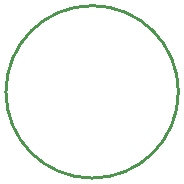
<source format=gbr>
%TF.GenerationSoftware,Altium Limited,Altium Designer,19.1.8 (144)*%
G04 Layer_Color=16711935*
%FSLAX26Y26*%
%MOIN*%
%TF.FileFunction,Other,Mechanical_1*%
%TF.Part,Single*%
G01*
G75*
%TA.AperFunction,NonConductor*%
%ADD24C,0.010000*%
D24*
X3269099Y1582677D02*
G03*
X3269099Y1582677I-287441J0D01*
G01*
%TF.MD5,8cde6e4439a7fbbe4a8fa129db0c114e*%
M02*

</source>
